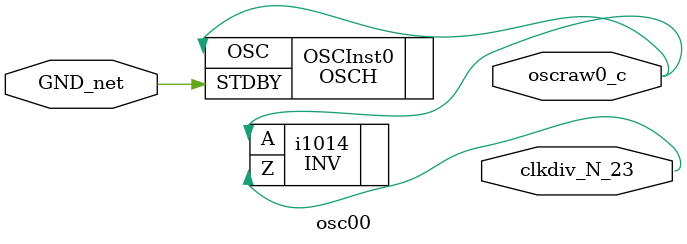
<source format=v>

module topContador (indiv0, oscraw0, oscdiv0, clk0, clr0, control0, 
            salida0);   // c:/users/jcvelmon/desktop/semestre actual/dsd/practica_5/topcontador.vhd(9[8:19])
    input [3:0]indiv0;   // c:/users/jcvelmon/desktop/semestre actual/dsd/practica_5/topcontador.vhd(11[2:8])
    output oscraw0 /* synthesis .original_dir=IN_OUT */ ;   // c:/users/jcvelmon/desktop/semestre actual/dsd/practica_5/topcontador.vhd(12[5:12])
    output oscdiv0 /* synthesis .original_dir=IN_OUT */ ;   // c:/users/jcvelmon/desktop/semestre actual/dsd/practica_5/topcontador.vhd(13[8:15])
    output clk0;   // c:/users/jcvelmon/desktop/semestre actual/dsd/practica_5/topcontador.vhd(14[6:10])
    input clr0;   // c:/users/jcvelmon/desktop/semestre actual/dsd/practica_5/topcontador.vhd(15[3:7])
    input control0;   // c:/users/jcvelmon/desktop/semestre actual/dsd/practica_5/topcontador.vhd(16[6:14])
    output [3:0]salida0;   // c:/users/jcvelmon/desktop/semestre actual/dsd/practica_5/topcontador.vhd(17[3:10])
    
    wire oscraw0_c /* synthesis is_clock=1 */ ;   // c:/users/jcvelmon/desktop/semestre actual/dsd/practica_5/topcontador.vhd(12[5:12])
    wire oscdiv0_c /* synthesis SET_AS_NETWORK=oscdiv0_c, is_clock=1 */ ;   // c:/users/jcvelmon/desktop/semestre actual/dsd/practica_5/topcontador.vhd(13[8:15])
    
    wire indiv0_c_3, indiv0_c_2, indiv0_c_1, indiv0_c_0, clr0_c, control0_c, 
        salida0_c_3, salida0_c_2, salida0_c_1, salida0_c_0, VCC_net, 
        GND_net;
    
    VHI i1012 (.Z(VCC_net));
    OB oscdiv0_pad (.I(oscdiv0_c), .O(oscdiv0));   // c:/users/jcvelmon/desktop/semestre actual/dsd/practica_5/topcontador.vhd(13[8:15])
    PUR PUR_INST (.PUR(VCC_net));
    defparam PUR_INST.RST_PULSE = 1;
    OB oscraw0_pad (.I(oscraw0_c), .O(oscraw0));   // c:/users/jcvelmon/desktop/semestre actual/dsd/practica_5/topcontador.vhd(12[5:12])
    Cont REG00 (.salida0_c_0(salida0_c_0), .salida0_c_3(salida0_c_3), .control0_c(control0_c), 
         .salida0_c_2(salida0_c_2), .salida0_c_1(salida0_c_1), .oscdiv0_c(oscdiv0_c));   // c:/users/jcvelmon/desktop/semestre actual/dsd/practica_5/topcontador.vhd(27[9:13])
    OB clk0_pad (.I(GND_net), .O(clk0));   // c:/users/jcvelmon/desktop/semestre actual/dsd/practica_5/topcontador.vhd(14[6:10])
    VLO i1 (.Z(GND_net));
    TSALL TSALL_INST (.TSALL(GND_net));
    topdiv00 OS00 (.GND_net(GND_net), .oscdiv0_c(oscdiv0_c), .indiv0_c_3(indiv0_c_3), 
            .indiv0_c_2(indiv0_c_2), .indiv0_c_0(indiv0_c_0), .indiv0_c_1(indiv0_c_1), 
            .oscraw0_c(oscraw0_c));   // c:/users/jcvelmon/desktop/semestre actual/dsd/practica_5/topcontador.vhd(23[10:18])
    GSR GSR_INST (.GSR(clr0_c));
    OB salida0_pad_3 (.I(salida0_c_3), .O(salida0[3]));   // c:/users/jcvelmon/desktop/semestre actual/dsd/practica_5/topcontador.vhd(17[3:10])
    OB salida0_pad_2 (.I(salida0_c_2), .O(salida0[2]));   // c:/users/jcvelmon/desktop/semestre actual/dsd/practica_5/topcontador.vhd(17[3:10])
    OB salida0_pad_1 (.I(salida0_c_1), .O(salida0[1]));   // c:/users/jcvelmon/desktop/semestre actual/dsd/practica_5/topcontador.vhd(17[3:10])
    OB salida0_pad_0 (.I(salida0_c_0), .O(salida0[0]));   // c:/users/jcvelmon/desktop/semestre actual/dsd/practica_5/topcontador.vhd(17[3:10])
    IB indiv0_pad_3 (.I(indiv0[3]), .O(indiv0_c_3));   // c:/users/jcvelmon/desktop/semestre actual/dsd/practica_5/topcontador.vhd(11[2:8])
    IB indiv0_pad_2 (.I(indiv0[2]), .O(indiv0_c_2));   // c:/users/jcvelmon/desktop/semestre actual/dsd/practica_5/topcontador.vhd(11[2:8])
    IB indiv0_pad_1 (.I(indiv0[1]), .O(indiv0_c_1));   // c:/users/jcvelmon/desktop/semestre actual/dsd/practica_5/topcontador.vhd(11[2:8])
    IB indiv0_pad_0 (.I(indiv0[0]), .O(indiv0_c_0));   // c:/users/jcvelmon/desktop/semestre actual/dsd/practica_5/topcontador.vhd(11[2:8])
    IB clr0_pad (.I(clr0), .O(clr0_c));   // c:/users/jcvelmon/desktop/semestre actual/dsd/practica_5/topcontador.vhd(15[3:7])
    IB control0_pad (.I(control0), .O(control0_c));   // c:/users/jcvelmon/desktop/semestre actual/dsd/practica_5/topcontador.vhd(16[6:14])
    
endmodule
//
// Verilog Description of module PUR
// module not written out since it is a black-box. 
//

//
// Verilog Description of module Cont
//

module Cont (salida0_c_0, salida0_c_3, control0_c, salida0_c_2, salida0_c_1, 
            oscdiv0_c);
    output salida0_c_0;
    output salida0_c_3;
    input control0_c;
    output salida0_c_2;
    output salida0_c_1;
    input oscdiv0_c;
    
    wire oscdiv0_c /* synthesis SET_AS_NETWORK=oscdiv0_c, is_clock=1 */ ;   // c:/users/jcvelmon/desktop/semestre actual/dsd/practica_5/topcontador.vhd(13[8:15])
    wire [3:0]n21;
    
    wire n1104, n1097, n951, n950;
    
    LUT4 i800_1_lut (.A(salida0_c_0), .Z(n21[0])) /* synthesis lut_function=(!(A)) */ ;   // c:/users/jcvelmon/desktop/semestre actual/dsd/practica_5/impl1/source/cont.vhd(21[2] 25[9])
    defparam i800_1_lut.init = 16'h5555;
    LUT4 salida0_c_3_bdd_4_lut (.A(salida0_c_3), .B(control0_c), .C(salida0_c_2), 
         .D(n1104), .Z(n1097)) /* synthesis lut_function=(A (B (C+(D))+!B !(C (D)))+!A !(B (C+(D))+!B !(C (D)))) */ ;
    defparam salida0_c_3_bdd_4_lut.init = 16'h9aa6;
    LUT4 i2_3_lut (.A(salida0_c_1), .B(control0_c), .C(salida0_c_0), .Z(n951)) /* synthesis lut_function=(A (B (C)+!B !(C))+!A !(B (C)+!B !(C))) */ ;   // c:/users/jcvelmon/desktop/semestre actual/dsd/practica_5/impl1/source/cont.vhd(21[2] 25[9])
    defparam i2_3_lut.init = 16'h9696;
    LUT4 i807_4_lut_3_lut_rep_12 (.A(salida0_c_1), .B(salida0_c_0), .C(control0_c), 
         .Z(n1104)) /* synthesis lut_function=(A (B+(C))+!A (B (C))) */ ;   // c:/users/jcvelmon/desktop/semestre actual/dsd/practica_5/impl1/source/cont.vhd(21[2] 25[9])
    defparam i807_4_lut_3_lut_rep_12.init = 16'he8e8;
    FD1S3AX salida_69__i4 (.D(n1097), .CK(oscdiv0_c), .Q(salida0_c_3));   // c:/users/jcvelmon/desktop/semestre actual/dsd/practica_5/impl1/source/cont.vhd(21[2] 25[9])
    defparam salida_69__i4.GSR = "ENABLED";
    LUT4 i2_3_lut_4_lut (.A(salida0_c_1), .B(salida0_c_0), .C(control0_c), 
         .D(salida0_c_2), .Z(n950)) /* synthesis lut_function=(A (B (C (D)+!C !(D))+!B (D))+!A (B (D)+!B !(C (D)+!C !(D)))) */ ;   // c:/users/jcvelmon/desktop/semestre actual/dsd/practica_5/impl1/source/cont.vhd(21[2] 25[9])
    defparam i2_3_lut_4_lut.init = 16'he718;
    FD1S3AX salida_69__i3 (.D(n950), .CK(oscdiv0_c), .Q(salida0_c_2));   // c:/users/jcvelmon/desktop/semestre actual/dsd/practica_5/impl1/source/cont.vhd(21[2] 25[9])
    defparam salida_69__i3.GSR = "ENABLED";
    FD1S3AX salida_69__i2 (.D(n951), .CK(oscdiv0_c), .Q(salida0_c_1));   // c:/users/jcvelmon/desktop/semestre actual/dsd/practica_5/impl1/source/cont.vhd(21[2] 25[9])
    defparam salida_69__i2.GSR = "ENABLED";
    FD1S3AX salida_69__i1 (.D(n21[0]), .CK(oscdiv0_c), .Q(salida0_c_0));   // c:/users/jcvelmon/desktop/semestre actual/dsd/practica_5/impl1/source/cont.vhd(21[2] 25[9])
    defparam salida_69__i1.GSR = "ENABLED";
    
endmodule
//
// Verilog Description of module TSALL
// module not written out since it is a black-box. 
//

//
// Verilog Description of module topdiv00
//

module topdiv00 (GND_net, oscdiv0_c, indiv0_c_3, indiv0_c_2, indiv0_c_0, 
            indiv0_c_1, oscraw0_c);
    input GND_net;
    output oscdiv0_c;
    input indiv0_c_3;
    input indiv0_c_2;
    input indiv0_c_0;
    input indiv0_c_1;
    output oscraw0_c;
    
    wire clkdiv_N_23 /* synthesis is_inv_clock=1 */ ;   // c:/users/jcvelmon/desktop/semestre actual/dsd/practica_5/impl1/source/div00.vhd(18[8:12])
    wire oscdiv0_c /* synthesis SET_AS_NETWORK=oscdiv0_c, is_clock=1 */ ;   // c:/users/jcvelmon/desktop/semestre actual/dsd/practica_5/topcontador.vhd(13[8:15])
    wire oscraw0_c /* synthesis is_clock=1 */ ;   // c:/users/jcvelmon/desktop/semestre actual/dsd/practica_5/topcontador.vhd(12[5:12])
    
    div00 OS01 (.clkdiv_N_23(clkdiv_N_23), .GND_net(GND_net), .oscdiv0_c(oscdiv0_c), 
          .indiv0_c_3(indiv0_c_3), .indiv0_c_2(indiv0_c_2), .indiv0_c_0(indiv0_c_0), 
          .indiv0_c_1(indiv0_c_1));   // c:/users/jcvelmon/desktop/semestre actual/dsd/practica_5/impl1/source/topdiv00.vhd(23[9:14])
    osc00 OS00 (.GND_net(GND_net), .oscraw0_c(oscraw0_c), .clkdiv_N_23(clkdiv_N_23));   // c:/users/jcvelmon/desktop/semestre actual/dsd/practica_5/impl1/source/topdiv00.vhd(21[9:14])
    
endmodule
//
// Verilog Description of module div00
//

module div00 (clkdiv_N_23, GND_net, oscdiv0_c, indiv0_c_3, indiv0_c_2, 
            indiv0_c_0, indiv0_c_1);
    input clkdiv_N_23;
    input GND_net;
    output oscdiv0_c;
    input indiv0_c_3;
    input indiv0_c_2;
    input indiv0_c_0;
    input indiv0_c_1;
    
    wire clkdiv_N_23 /* synthesis is_inv_clock=1 */ ;   // c:/users/jcvelmon/desktop/semestre actual/dsd/practica_5/impl1/source/div00.vhd(18[8:12])
    wire oscdiv0_c /* synthesis SET_AS_NETWORK=oscdiv0_c, is_clock=1 */ ;   // c:/users/jcvelmon/desktop/semestre actual/dsd/practica_5/topcontador.vhd(13[8:15])
    wire [20:0]sdiv;   // c:/users/jcvelmon/desktop/semestre actual/dsd/practica_5/impl1/source/div00.vhd(18[8:12])
    
    wire clkdiv_N_23_enable_22, n401;
    wire [20:0]n89;
    
    wire n926, n927, clkdiv_N_23_enable_4, outdiv_N_171, n292, n970, 
        n4, n683, n972, n1102, n925, n1105, n924, n1103, n1058, 
        n923, n919, n920, n1108, n1062, n922, n4_adj_216, n12, 
        n1032, n1068, n1106, n918, n1031, n67, n921, n63, n4_adj_217, 
        n7, n1107;
    
    FD1P3IX sdiv_68__i16 (.D(n89[16]), .SP(clkdiv_N_23_enable_22), .CD(n401), 
            .CK(clkdiv_N_23), .Q(sdiv[16])) /* synthesis syn_use_carry_chain=1 */ ;   // C:/lscc/diamond/3.9/ispfpga/vhdl_packages/syn_arit.vhd(928[41:65])
    defparam sdiv_68__i16.GSR = "DISABLED";
    FD1P3IX sdiv_68__i17 (.D(n89[17]), .SP(clkdiv_N_23_enable_22), .CD(n401), 
            .CK(clkdiv_N_23), .Q(sdiv[17])) /* synthesis syn_use_carry_chain=1 */ ;   // C:/lscc/diamond/3.9/ispfpga/vhdl_packages/syn_arit.vhd(928[41:65])
    defparam sdiv_68__i17.GSR = "DISABLED";
    CCU2D sdiv_68_add_4_19 (.A0(sdiv[17]), .B0(GND_net), .C0(GND_net), 
          .D0(GND_net), .A1(sdiv[18]), .B1(GND_net), .C1(GND_net), .D1(GND_net), 
          .CIN(n926), .COUT(n927), .S0(n89[17]), .S1(n89[18]));   // C:/lscc/diamond/3.9/ispfpga/vhdl_packages/syn_arit.vhd(928[41:65])
    defparam sdiv_68_add_4_19.INIT0 = 16'hfaaa;
    defparam sdiv_68_add_4_19.INIT1 = 16'hfaaa;
    defparam sdiv_68_add_4_19.INJECT1_0 = "NO";
    defparam sdiv_68_add_4_19.INJECT1_1 = "NO";
    FD1P3IX sdiv_68__i18 (.D(n89[18]), .SP(clkdiv_N_23_enable_22), .CD(n401), 
            .CK(clkdiv_N_23), .Q(sdiv[18])) /* synthesis syn_use_carry_chain=1 */ ;   // C:/lscc/diamond/3.9/ispfpga/vhdl_packages/syn_arit.vhd(928[41:65])
    defparam sdiv_68__i18.GSR = "DISABLED";
    FD1P3AX outdiv_58 (.D(outdiv_N_171), .SP(clkdiv_N_23_enable_4), .CK(clkdiv_N_23), 
            .Q(oscdiv0_c)) /* synthesis LSE_LINE_FILE_ID=23, LSE_LCOL=9, LSE_RCOL=14, LSE_LLINE=23, LSE_RLINE=23 */ ;   // c:/users/jcvelmon/desktop/semestre actual/dsd/practica_5/impl1/source/div00.vhd(22[3] 75[11])
    defparam outdiv_58.GSR = "DISABLED";
    FD1P3IX sdiv_68__i1 (.D(n89[1]), .SP(clkdiv_N_23_enable_22), .CD(n401), 
            .CK(clkdiv_N_23), .Q(sdiv[1])) /* synthesis syn_use_carry_chain=1 */ ;   // C:/lscc/diamond/3.9/ispfpga/vhdl_packages/syn_arit.vhd(928[41:65])
    defparam sdiv_68__i1.GSR = "DISABLED";
    FD1P3IX sdiv_68__i3 (.D(n89[3]), .SP(clkdiv_N_23_enable_22), .CD(n401), 
            .CK(clkdiv_N_23), .Q(sdiv[3])) /* synthesis syn_use_carry_chain=1 */ ;   // C:/lscc/diamond/3.9/ispfpga/vhdl_packages/syn_arit.vhd(928[41:65])
    defparam sdiv_68__i3.GSR = "DISABLED";
    FD1P3IX sdiv_68__i5 (.D(n89[5]), .SP(clkdiv_N_23_enable_22), .CD(n401), 
            .CK(clkdiv_N_23), .Q(sdiv[5])) /* synthesis syn_use_carry_chain=1 */ ;   // C:/lscc/diamond/3.9/ispfpga/vhdl_packages/syn_arit.vhd(928[41:65])
    defparam sdiv_68__i5.GSR = "DISABLED";
    LUT4 i2_3_lut (.A(indiv0_c_3), .B(indiv0_c_2), .C(indiv0_c_0), .Z(n292)) /* synthesis lut_function=(((C)+!B)+!A) */ ;
    defparam i2_3_lut.init = 16'hf7f7;
    FD1P3IX sdiv_68__i9 (.D(n89[9]), .SP(clkdiv_N_23_enable_22), .CD(n401), 
            .CK(clkdiv_N_23), .Q(sdiv[9])) /* synthesis syn_use_carry_chain=1 */ ;   // C:/lscc/diamond/3.9/ispfpga/vhdl_packages/syn_arit.vhd(928[41:65])
    defparam sdiv_68__i9.GSR = "DISABLED";
    LUT4 i2_4_lut (.A(n970), .B(n4), .C(n683), .D(indiv0_c_1), .Z(n972)) /* synthesis lut_function=(A (B+(C+!(D)))+!A (B+(C (D)))) */ ;   // C:/lscc/diamond/3.9/ispfpga/vhdl_packages/syn_arit.vhd(928[41:65])
    defparam i2_4_lut.init = 16'hfcee;
    LUT4 i2_2_lut_rep_10_3_lut (.A(sdiv[19]), .B(sdiv[20]), .C(sdiv[18]), 
         .Z(n1102)) /* synthesis lut_function=(A+(B+(C))) */ ;   // c:/users/jcvelmon/desktop/semestre actual/dsd/practica_5/impl1/source/div00.vhd(39[11:79])
    defparam i2_2_lut_rep_10_3_lut.init = 16'hfefe;
    CCU2D sdiv_68_add_4_17 (.A0(sdiv[15]), .B0(GND_net), .C0(GND_net), 
          .D0(GND_net), .A1(sdiv[16]), .B1(GND_net), .C1(GND_net), .D1(GND_net), 
          .CIN(n925), .COUT(n926), .S0(n89[15]), .S1(n89[16]));   // C:/lscc/diamond/3.9/ispfpga/vhdl_packages/syn_arit.vhd(928[41:65])
    defparam sdiv_68_add_4_17.INIT0 = 16'hfaaa;
    defparam sdiv_68_add_4_17.INIT1 = 16'hfaaa;
    defparam sdiv_68_add_4_17.INJECT1_0 = "NO";
    defparam sdiv_68_add_4_17.INJECT1_1 = "NO";
    LUT4 i1_2_lut_rep_13 (.A(sdiv[13]), .B(sdiv[12]), .Z(n1105)) /* synthesis lut_function=(A+(B)) */ ;   // C:/lscc/diamond/3.9/ispfpga/vhdl_packages/syn_arit.vhd(928[41:65])
    defparam i1_2_lut_rep_13.init = 16'heeee;
    CCU2D sdiv_68_add_4_15 (.A0(sdiv[13]), .B0(GND_net), .C0(GND_net), 
          .D0(GND_net), .A1(sdiv[14]), .B1(GND_net), .C1(GND_net), .D1(GND_net), 
          .CIN(n924), .COUT(n925), .S0(n89[13]), .S1(n89[14]));   // C:/lscc/diamond/3.9/ispfpga/vhdl_packages/syn_arit.vhd(928[41:65])
    defparam sdiv_68_add_4_15.INIT0 = 16'hfaaa;
    defparam sdiv_68_add_4_15.INIT1 = 16'hfaaa;
    defparam sdiv_68_add_4_15.INJECT1_0 = "NO";
    defparam sdiv_68_add_4_15.INJECT1_1 = "NO";
    FD1P3IX sdiv_68__i6 (.D(n89[6]), .SP(clkdiv_N_23_enable_22), .CD(n401), 
            .CK(clkdiv_N_23), .Q(sdiv[6])) /* synthesis syn_use_carry_chain=1 */ ;   // C:/lscc/diamond/3.9/ispfpga/vhdl_packages/syn_arit.vhd(928[41:65])
    defparam sdiv_68__i6.GSR = "DISABLED";
    LUT4 oscdiv0_c_bdd_3_lut_4_lut (.A(sdiv[18]), .B(n1103), .C(sdiv[17]), 
         .D(oscdiv0_c), .Z(n1058)) /* synthesis lut_function=(!(A (D)+!A (B (D)+!B (C (D)+!C !(D))))) */ ;   // c:/users/jcvelmon/desktop/semestre actual/dsd/practica_5/impl1/source/div00.vhd(46[11:79])
    defparam oscdiv0_c_bdd_3_lut_4_lut.init = 16'h01fe;
    CCU2D sdiv_68_add_4_13 (.A0(sdiv[11]), .B0(GND_net), .C0(GND_net), 
          .D0(GND_net), .A1(sdiv[12]), .B1(GND_net), .C1(GND_net), .D1(GND_net), 
          .CIN(n923), .COUT(n924), .S0(n89[11]), .S1(n89[12]));   // C:/lscc/diamond/3.9/ispfpga/vhdl_packages/syn_arit.vhd(928[41:65])
    defparam sdiv_68_add_4_13.INIT0 = 16'hfaaa;
    defparam sdiv_68_add_4_13.INIT1 = 16'hfaaa;
    defparam sdiv_68_add_4_13.INJECT1_0 = "NO";
    defparam sdiv_68_add_4_13.INJECT1_1 = "NO";
    LUT4 i1_2_lut_3_lut_4_lut (.A(sdiv[15]), .B(sdiv[14]), .C(sdiv[12]), 
         .D(sdiv[13]), .Z(n970)) /* synthesis lut_function=(A+(B+(C+(D)))) */ ;
    defparam i1_2_lut_3_lut_4_lut.init = 16'hfffe;
    CCU2D sdiv_68_add_4_5 (.A0(sdiv[3]), .B0(GND_net), .C0(GND_net), .D0(GND_net), 
          .A1(sdiv[4]), .B1(GND_net), .C1(GND_net), .D1(GND_net), .CIN(n919), 
          .COUT(n920), .S0(n89[3]), .S1(n89[4]));   // C:/lscc/diamond/3.9/ispfpga/vhdl_packages/syn_arit.vhd(928[41:65])
    defparam sdiv_68_add_4_5.INIT0 = 16'hfaaa;
    defparam sdiv_68_add_4_5.INIT1 = 16'hfaaa;
    defparam sdiv_68_add_4_5.INJECT1_0 = "NO";
    defparam sdiv_68_add_4_5.INJECT1_1 = "NO";
    LUT4 n1061_bdd_3_lut (.A(n1108), .B(n1058), .C(indiv0_c_2), .Z(n1062)) /* synthesis lut_function=(A (B+!(C))+!A (B (C))) */ ;
    defparam n1061_bdd_3_lut.init = 16'hcaca;
    CCU2D sdiv_68_add_4_11 (.A0(sdiv[9]), .B0(GND_net), .C0(GND_net), 
          .D0(GND_net), .A1(sdiv[10]), .B1(GND_net), .C1(GND_net), .D1(GND_net), 
          .CIN(n922), .COUT(n923), .S0(n89[9]), .S1(n89[10]));   // C:/lscc/diamond/3.9/ispfpga/vhdl_packages/syn_arit.vhd(928[41:65])
    defparam sdiv_68_add_4_11.INIT0 = 16'hfaaa;
    defparam sdiv_68_add_4_11.INIT1 = 16'hfaaa;
    defparam sdiv_68_add_4_11.INJECT1_0 = "NO";
    defparam sdiv_68_add_4_11.INJECT1_1 = "NO";
    LUT4 i1_4_lut (.A(clkdiv_N_23_enable_22), .B(indiv0_c_1), .C(n4_adj_216), 
         .D(n12), .Z(n401)) /* synthesis lut_function=(A (B (C+(D))+!B (C))) */ ;   // C:/lscc/diamond/3.9/ispfpga/vhdl_packages/syn_arit.vhd(928[41:65])
    defparam i1_4_lut.init = 16'ha8a0;
    LUT4 i1_4_lut_adj_8 (.A(n1032), .B(indiv0_c_3), .C(n1068), .D(indiv0_c_2), 
         .Z(n4_adj_216)) /* synthesis lut_function=(A+!(B+((D)+!C))) */ ;   // C:/lscc/diamond/3.9/ispfpga/vhdl_packages/syn_arit.vhd(928[41:65])
    defparam i1_4_lut_adj_8.init = 16'haaba;
    LUT4 oscdiv0_c_bdd_4_lut_else_4_lut (.A(oscdiv0_c), .B(sdiv[20]), .C(indiv0_c_1), 
         .D(sdiv[18]), .Z(n1106)) /* synthesis lut_function=(!(A (B+(C (D)))+!A !(B+(C (D))))) */ ;
    defparam oscdiv0_c_bdd_4_lut_else_4_lut.init = 16'h5666;
    FD1P3IX sdiv_68__i14 (.D(n89[14]), .SP(clkdiv_N_23_enable_22), .CD(n401), 
            .CK(clkdiv_N_23), .Q(sdiv[14])) /* synthesis syn_use_carry_chain=1 */ ;   // C:/lscc/diamond/3.9/ispfpga/vhdl_packages/syn_arit.vhd(928[41:65])
    defparam sdiv_68__i14.GSR = "DISABLED";
    FD1P3IX sdiv_68__i15 (.D(n89[15]), .SP(clkdiv_N_23_enable_22), .CD(n401), 
            .CK(clkdiv_N_23), .Q(sdiv[15])) /* synthesis syn_use_carry_chain=1 */ ;   // C:/lscc/diamond/3.9/ispfpga/vhdl_packages/syn_arit.vhd(928[41:65])
    defparam sdiv_68__i15.GSR = "DISABLED";
    CCU2D sdiv_68_add_4_1 (.A0(GND_net), .B0(GND_net), .C0(GND_net), .D0(GND_net), 
          .A1(sdiv[0]), .B1(GND_net), .C1(GND_net), .D1(GND_net), .COUT(n918), 
          .S1(n89[0]));   // C:/lscc/diamond/3.9/ispfpga/vhdl_packages/syn_arit.vhd(928[41:65])
    defparam sdiv_68_add_4_1.INIT0 = 16'hF000;
    defparam sdiv_68_add_4_1.INIT1 = 16'h0555;
    defparam sdiv_68_add_4_1.INJECT1_0 = "NO";
    defparam sdiv_68_add_4_1.INJECT1_1 = "NO";
    FD1P3IX sdiv_68__i10 (.D(n89[10]), .SP(clkdiv_N_23_enable_22), .CD(n401), 
            .CK(clkdiv_N_23), .Q(sdiv[10])) /* synthesis syn_use_carry_chain=1 */ ;   // C:/lscc/diamond/3.9/ispfpga/vhdl_packages/syn_arit.vhd(928[41:65])
    defparam sdiv_68__i10.GSR = "DISABLED";
    LUT4 i1_4_lut_adj_9 (.A(indiv0_c_0), .B(n292), .C(n1031), .D(n67), 
         .Z(n12)) /* synthesis lut_function=(A (B (C)+!B (C+(D)))+!A !(B+!(D))) */ ;   // C:/lscc/diamond/3.9/ispfpga/vhdl_packages/syn_arit.vhd(928[41:65])
    defparam i1_4_lut_adj_9.init = 16'hb3a0;
    CCU2D sdiv_68_add_4_3 (.A0(sdiv[1]), .B0(GND_net), .C0(GND_net), .D0(GND_net), 
          .A1(sdiv[2]), .B1(GND_net), .C1(GND_net), .D1(GND_net), .CIN(n918), 
          .COUT(n919), .S0(n89[1]), .S1(n89[2]));   // C:/lscc/diamond/3.9/ispfpga/vhdl_packages/syn_arit.vhd(928[41:65])
    defparam sdiv_68_add_4_3.INIT0 = 16'hfaaa;
    defparam sdiv_68_add_4_3.INIT1 = 16'hfaaa;
    defparam sdiv_68_add_4_3.INJECT1_0 = "NO";
    defparam sdiv_68_add_4_3.INJECT1_1 = "NO";
    LUT4 indiv0_c_3_bdd_4_lut_998 (.A(indiv0_c_3), .B(indiv0_c_2), .C(indiv0_c_0), 
         .D(indiv0_c_1), .Z(clkdiv_N_23_enable_22)) /* synthesis lut_function=(A (B ((D)+!C))+!A (B (C (D))+!B (C+!(D)))) */ ;
    defparam indiv0_c_3_bdd_4_lut_998.init = 16'hd819;
    CCU2D sdiv_68_add_4_9 (.A0(sdiv[7]), .B0(GND_net), .C0(GND_net), .D0(GND_net), 
          .A1(sdiv[8]), .B1(GND_net), .C1(GND_net), .D1(GND_net), .CIN(n921), 
          .COUT(n922), .S0(n89[7]), .S1(n89[8]));   // C:/lscc/diamond/3.9/ispfpga/vhdl_packages/syn_arit.vhd(928[41:65])
    defparam sdiv_68_add_4_9.INIT0 = 16'hfaaa;
    defparam sdiv_68_add_4_9.INIT1 = 16'hfaaa;
    defparam sdiv_68_add_4_9.INJECT1_0 = "NO";
    defparam sdiv_68_add_4_9.INJECT1_1 = "NO";
    FD1P3IX sdiv_68__i11 (.D(n89[11]), .SP(clkdiv_N_23_enable_22), .CD(n401), 
            .CK(clkdiv_N_23), .Q(sdiv[11])) /* synthesis syn_use_carry_chain=1 */ ;   // C:/lscc/diamond/3.9/ispfpga/vhdl_packages/syn_arit.vhd(928[41:65])
    defparam sdiv_68__i11.GSR = "DISABLED";
    LUT4 i2_4_lut_adj_10 (.A(n67), .B(n292), .C(n1105), .D(indiv0_c_1), 
         .Z(n1032)) /* synthesis lut_function=(!(A (B+(D))+!A (B+((D)+!C)))) */ ;
    defparam i2_4_lut_adj_10.init = 16'h0032;
    LUT4 i1_3_lut_4_lut (.A(sdiv[19]), .B(sdiv[20]), .C(n63), .D(sdiv[16]), 
         .Z(n4)) /* synthesis lut_function=(A+(B+(C+(D)))) */ ;   // c:/users/jcvelmon/desktop/semestre actual/dsd/practica_5/impl1/source/div00.vhd(39[11:79])
    defparam i1_3_lut_4_lut.init = 16'hfffe;
    LUT4 i1_4_lut_adj_11 (.A(n1102), .B(indiv0_c_2), .C(indiv0_c_3), .D(n4_adj_217), 
         .Z(n1031)) /* synthesis lut_function=(A (B (D)+!B !(C))+!A (B (D))) */ ;
    defparam i1_4_lut_adj_11.init = 16'hce02;
    FD1P3IX sdiv_68__i2 (.D(n89[2]), .SP(clkdiv_N_23_enable_22), .CD(n401), 
            .CK(clkdiv_N_23), .Q(sdiv[2])) /* synthesis syn_use_carry_chain=1 */ ;   // C:/lscc/diamond/3.9/ispfpga/vhdl_packages/syn_arit.vhd(928[41:65])
    defparam sdiv_68__i2.GSR = "DISABLED";
    LUT4 i5_4_lut (.A(sdiv[18]), .B(n7), .C(sdiv[16]), .D(n1103), .Z(n67)) /* synthesis lut_function=(A+(B+(C+(D)))) */ ;
    defparam i5_4_lut.init = 16'hfffe;
    LUT4 i938_4_lut (.A(n1103), .B(sdiv[16]), .C(indiv0_c_3), .D(n63), 
         .Z(n4_adj_217)) /* synthesis lut_function=(A+(B (C+(D))+!B (D))) */ ;
    defparam i938_4_lut.init = 16'hffea;
    FD1P3IX sdiv_68__i4 (.D(n89[4]), .SP(clkdiv_N_23_enable_22), .CD(n401), 
            .CK(clkdiv_N_23), .Q(sdiv[4])) /* synthesis syn_use_carry_chain=1 */ ;   // C:/lscc/diamond/3.9/ispfpga/vhdl_packages/syn_arit.vhd(928[41:65])
    defparam sdiv_68__i4.GSR = "DISABLED";
    LUT4 i1_2_lut_rep_11 (.A(sdiv[19]), .B(sdiv[20]), .Z(n1103)) /* synthesis lut_function=(A+(B)) */ ;   // c:/users/jcvelmon/desktop/semestre actual/dsd/practica_5/impl1/source/div00.vhd(39[11:79])
    defparam i1_2_lut_rep_11.init = 16'heeee;
    FD1P3IX sdiv_68__i7 (.D(n89[7]), .SP(clkdiv_N_23_enable_22), .CD(n401), 
            .CK(clkdiv_N_23), .Q(sdiv[7])) /* synthesis syn_use_carry_chain=1 */ ;   // C:/lscc/diamond/3.9/ispfpga/vhdl_packages/syn_arit.vhd(928[41:65])
    defparam sdiv_68__i7.GSR = "DISABLED";
    CCU2D sdiv_68_add_4_7 (.A0(sdiv[5]), .B0(GND_net), .C0(GND_net), .D0(GND_net), 
          .A1(sdiv[6]), .B1(GND_net), .C1(GND_net), .D1(GND_net), .CIN(n920), 
          .COUT(n921), .S0(n89[5]), .S1(n89[6]));   // C:/lscc/diamond/3.9/ispfpga/vhdl_packages/syn_arit.vhd(928[41:65])
    defparam sdiv_68_add_4_7.INIT0 = 16'hfaaa;
    defparam sdiv_68_add_4_7.INIT1 = 16'hfaaa;
    defparam sdiv_68_add_4_7.INJECT1_0 = "NO";
    defparam sdiv_68_add_4_7.INJECT1_1 = "NO";
    CCU2D sdiv_68_add_4_21 (.A0(sdiv[19]), .B0(GND_net), .C0(GND_net), 
          .D0(GND_net), .A1(sdiv[20]), .B1(GND_net), .C1(GND_net), .D1(GND_net), 
          .CIN(n927), .S0(n89[19]), .S1(n89[20]));   // C:/lscc/diamond/3.9/ispfpga/vhdl_packages/syn_arit.vhd(928[41:65])
    defparam sdiv_68_add_4_21.INIT0 = 16'hfaaa;
    defparam sdiv_68_add_4_21.INIT1 = 16'hfaaa;
    defparam sdiv_68_add_4_21.INJECT1_0 = "NO";
    defparam sdiv_68_add_4_21.INJECT1_1 = "NO";
    LUT4 i1_2_lut_3_lut (.A(sdiv[15]), .B(sdiv[14]), .C(sdiv[17]), .Z(n7)) /* synthesis lut_function=(A+(B+(C))) */ ;
    defparam i1_2_lut_3_lut.init = 16'hfefe;
    FD1P3IX sdiv_68__i8 (.D(n89[8]), .SP(clkdiv_N_23_enable_22), .CD(n401), 
            .CK(clkdiv_N_23), .Q(sdiv[8])) /* synthesis syn_use_carry_chain=1 */ ;   // C:/lscc/diamond/3.9/ispfpga/vhdl_packages/syn_arit.vhd(928[41:65])
    defparam sdiv_68__i8.GSR = "DISABLED";
    FD1P3IX sdiv_68__i12 (.D(n89[12]), .SP(clkdiv_N_23_enable_22), .CD(n401), 
            .CK(clkdiv_N_23), .Q(sdiv[12])) /* synthesis syn_use_carry_chain=1 */ ;   // C:/lscc/diamond/3.9/ispfpga/vhdl_packages/syn_arit.vhd(928[41:65])
    defparam sdiv_68__i12.GSR = "DISABLED";
    LUT4 oscdiv0_c_bdd_4_lut (.A(oscdiv0_c), .B(n972), .C(n1062), .D(indiv0_c_3), 
         .Z(outdiv_N_171)) /* synthesis lut_function=(!(A (B ((D)+!C)+!B !(C+(D)))+!A !(B (C+(D))+!B !((D)+!C)))) */ ;
    defparam oscdiv0_c_bdd_4_lut.init = 16'h66f0;
    LUT4 sdiv_20__bdd_4_lut (.A(sdiv[20]), .B(indiv0_c_1), .C(indiv0_c_0), 
         .D(sdiv[19]), .Z(n1068)) /* synthesis lut_function=(!(A (B)+!A (B+!(C (D))))) */ ;
    defparam sdiv_20__bdd_4_lut.init = 16'h3222;
    LUT4 i591_2_lut_3_lut (.A(sdiv[15]), .B(sdiv[14]), .C(indiv0_c_0), 
         .Z(n683)) /* synthesis lut_function=(!(A (C)+!A ((C)+!B))) */ ;
    defparam i591_2_lut_3_lut.init = 16'h0e0e;
    FD1P3IX sdiv_68__i13 (.D(n89[13]), .SP(clkdiv_N_23_enable_22), .CD(n401), 
            .CK(clkdiv_N_23), .Q(sdiv[13])) /* synthesis syn_use_carry_chain=1 */ ;   // C:/lscc/diamond/3.9/ispfpga/vhdl_packages/syn_arit.vhd(928[41:65])
    defparam sdiv_68__i13.GSR = "DISABLED";
    LUT4 i27_4_lut (.A(indiv0_c_2), .B(indiv0_c_3), .C(indiv0_c_0), .D(indiv0_c_1), 
         .Z(clkdiv_N_23_enable_4)) /* synthesis lut_function=(A (B ((D)+!C)+!B (C (D)))+!A !(B+!(C+!(D)))) */ ;
    defparam i27_4_lut.init = 16'hb819;
    PFUMX i975 (.BLUT(n1106), .ALUT(n1107), .C0(sdiv[19]), .Z(n1108));
    LUT4 i1_2_lut (.A(sdiv[17]), .B(sdiv[18]), .Z(n63)) /* synthesis lut_function=(A+(B)) */ ;   // c:/users/jcvelmon/desktop/semestre actual/dsd/practica_5/impl1/source/div00.vhd(18[8:12])
    defparam i1_2_lut.init = 16'heeee;
    FD1P3IX sdiv_68__i0 (.D(n89[0]), .SP(clkdiv_N_23_enable_22), .CD(n401), 
            .CK(clkdiv_N_23), .Q(sdiv[0])) /* synthesis syn_use_carry_chain=1 */ ;   // C:/lscc/diamond/3.9/ispfpga/vhdl_packages/syn_arit.vhd(928[41:65])
    defparam sdiv_68__i0.GSR = "DISABLED";
    LUT4 oscdiv0_c_bdd_4_lut_then_4_lut (.A(oscdiv0_c), .B(sdiv[20]), .C(indiv0_c_0), 
         .D(indiv0_c_1), .Z(n1107)) /* synthesis lut_function=(!(A (B+(C+(D)))+!A !(B+(C+(D))))) */ ;
    defparam oscdiv0_c_bdd_4_lut_then_4_lut.init = 16'h5556;
    FD1P3IX sdiv_68__i19 (.D(n89[19]), .SP(clkdiv_N_23_enable_22), .CD(n401), 
            .CK(clkdiv_N_23), .Q(sdiv[19])) /* synthesis syn_use_carry_chain=1 */ ;   // C:/lscc/diamond/3.9/ispfpga/vhdl_packages/syn_arit.vhd(928[41:65])
    defparam sdiv_68__i19.GSR = "DISABLED";
    FD1P3IX sdiv_68__i20 (.D(n89[20]), .SP(clkdiv_N_23_enable_22), .CD(n401), 
            .CK(clkdiv_N_23), .Q(sdiv[20])) /* synthesis syn_use_carry_chain=1 */ ;   // C:/lscc/diamond/3.9/ispfpga/vhdl_packages/syn_arit.vhd(928[41:65])
    defparam sdiv_68__i20.GSR = "DISABLED";
    
endmodule
//
// Verilog Description of module osc00
//

module osc00 (GND_net, oscraw0_c, clkdiv_N_23);
    input GND_net;
    output oscraw0_c;
    output clkdiv_N_23;
    
    wire oscraw0_c /* synthesis is_clock=1 */ ;   // c:/users/jcvelmon/desktop/semestre actual/dsd/practica_5/topcontador.vhd(12[5:12])
    wire clkdiv_N_23 /* synthesis is_inv_clock=1 */ ;   // c:/users/jcvelmon/desktop/semestre actual/dsd/practica_5/impl1/source/div00.vhd(18[8:12])
    
    OSCH OSCInst0 (.STDBY(GND_net), .OSC(oscraw0_c)) /* synthesis NOM_FREQ="2.08", syn_instantiated=1, LSE_LINE_FILE_ID=23, LSE_LCOL=9, LSE_RCOL=14, LSE_LLINE=21, LSE_RLINE=21 */ ;   // c:/users/jcvelmon/desktop/semestre actual/dsd/practica_5/impl1/source/osc00.vhd(22[11:15])
    defparam OSCInst0.NOM_FREQ = "2.08";
    INV i1014 (.A(oscraw0_c), .Z(clkdiv_N_23));
    
endmodule
//
// Verilog Description of module \OSCH("2.08")(1,4) 
// module not written out since it is a black-box. 
//


</source>
